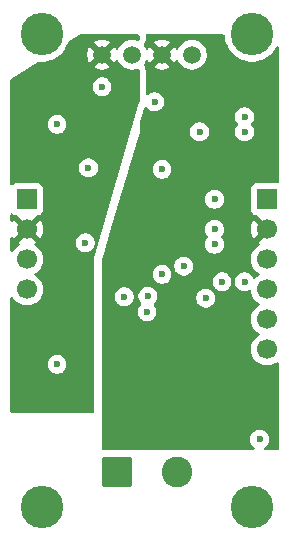
<source format=gbr>
%TF.GenerationSoftware,KiCad,Pcbnew,9.0.3*%
%TF.CreationDate,2026-01-02T19:57:44-06:00*%
%TF.ProjectId,IsolatedADSandVoltmeterPCB,49736f6c-6174-4656-9441-4453616e6456,rev?*%
%TF.SameCoordinates,Original*%
%TF.FileFunction,Copper,L2,Inr*%
%TF.FilePolarity,Positive*%
%FSLAX46Y46*%
G04 Gerber Fmt 4.6, Leading zero omitted, Abs format (unit mm)*
G04 Created by KiCad (PCBNEW 9.0.3) date 2026-01-02 19:57:44*
%MOMM*%
%LPD*%
G01*
G04 APERTURE LIST*
G04 Aperture macros list*
%AMRoundRect*
0 Rectangle with rounded corners*
0 $1 Rounding radius*
0 $2 $3 $4 $5 $6 $7 $8 $9 X,Y pos of 4 corners*
0 Add a 4 corners polygon primitive as box body*
4,1,4,$2,$3,$4,$5,$6,$7,$8,$9,$2,$3,0*
0 Add four circle primitives for the rounded corners*
1,1,$1+$1,$2,$3*
1,1,$1+$1,$4,$5*
1,1,$1+$1,$6,$7*
1,1,$1+$1,$8,$9*
0 Add four rect primitives between the rounded corners*
20,1,$1+$1,$2,$3,$4,$5,0*
20,1,$1+$1,$4,$5,$6,$7,0*
20,1,$1+$1,$6,$7,$8,$9,0*
20,1,$1+$1,$8,$9,$2,$3,0*%
G04 Aperture macros list end*
%TA.AperFunction,ComponentPad*%
%ADD10C,3.600000*%
%TD*%
%TA.AperFunction,ComponentPad*%
%ADD11R,1.700000X1.700000*%
%TD*%
%TA.AperFunction,ComponentPad*%
%ADD12C,1.700000*%
%TD*%
%TA.AperFunction,ComponentPad*%
%ADD13C,1.500000*%
%TD*%
%TA.AperFunction,ComponentPad*%
%ADD14RoundRect,0.250000X-1.050000X-1.050000X1.050000X-1.050000X1.050000X1.050000X-1.050000X1.050000X0*%
%TD*%
%TA.AperFunction,ComponentPad*%
%ADD15C,2.600000*%
%TD*%
%TA.AperFunction,ViaPad*%
%ADD16C,0.600000*%
%TD*%
G04 APERTURE END LIST*
D10*
%TO.N,N/C*%
%TO.C,H2*%
X146050000Y-38100000D03*
%TD*%
D11*
%TO.N,5V-iso*%
%TO.C,J2*%
X147320000Y-52070000D03*
D12*
%TO.N,Gnd-iso*%
X147320000Y-54610000D03*
%TO.N,/AIN3*%
X147320000Y-57150000D03*
%TO.N,/AIN2*%
X147320000Y-59690000D03*
%TO.N,/AIN1*%
X147320000Y-62230000D03*
%TO.N,/AIN0*%
X147320000Y-64770000D03*
%TD*%
D11*
%TO.N,VDD*%
%TO.C,J1*%
X127000000Y-52070000D03*
D12*
%TO.N,GND*%
X127000000Y-54610000D03*
%TO.N,SDA*%
X127000000Y-57150000D03*
%TO.N,SCL*%
X127000000Y-59690000D03*
%TD*%
D13*
%TO.N,GND*%
%TO.C,U14*%
X133350000Y-39830000D03*
%TO.N,VDD*%
X135890000Y-39830000D03*
%TO.N,Gnd-iso*%
X138430000Y-39830000D03*
%TO.N,5V-iso*%
X140970000Y-39830000D03*
%TD*%
D10*
%TO.N,N/C*%
%TO.C,H1*%
X128270000Y-38100000D03*
%TD*%
D14*
%TO.N,Net-(J15-Pin_1)*%
%TO.C,J15*%
X134615000Y-75146250D03*
D15*
%TO.N,Net-(J15-Pin_2)*%
X139695000Y-75146250D03*
%TD*%
D10*
%TO.N,N/C*%
%TO.C,H4*%
X146045000Y-78105000D03*
%TD*%
%TO.N,N/C*%
%TO.C,H3*%
X128270000Y-78105000D03*
%TD*%
D16*
%TO.N,SCL-5V*%
X142875000Y-52070000D03*
%TO.N,ADS_ALERT*%
X142133235Y-60431765D03*
X143510000Y-59055000D03*
%TO.N,Gnd-iso*%
X139170615Y-59670913D03*
X142240000Y-64770000D03*
%TO.N,5V-iso*%
X142875000Y-55880000D03*
%TO.N,SCL-5V*%
X142875000Y-54610000D03*
%TO.N,SDA-5V*%
X145415000Y-59055000D03*
%TO.N,/AIN2*%
X138430000Y-58420000D03*
%TO.N,5V-iso*%
X146685000Y-72390000D03*
%TO.N,Gnd-iso*%
X146685000Y-69215000D03*
%TO.N,SCL-5V*%
X137160000Y-61595000D03*
%TO.N,SDA-5V*%
X137234369Y-60270913D03*
%TO.N,5V-iso*%
X135230110Y-60325524D03*
%TO.N,Gnd-iso*%
X140970000Y-55880000D03*
X139700000Y-49530000D03*
%TO.N,5V-iso*%
X138430000Y-49530000D03*
%TO.N,SCL-5V*%
X145415000Y-45085000D03*
X141605000Y-46355000D03*
%TO.N,5V-iso*%
X145415000Y-46355000D03*
%TO.N,Gnd-iso*%
X145415000Y-47625000D03*
X137795000Y-47625000D03*
%TO.N,5V-iso*%
X137795000Y-43815000D03*
%TO.N,VDD*%
X129540000Y-66040000D03*
%TO.N,GND*%
X129540000Y-64770000D03*
%TO.N,SCL*%
X132203000Y-49407000D03*
%TO.N,VDD*%
X129540000Y-45720000D03*
X133350000Y-42545000D03*
%TO.N,GND*%
X133985000Y-48895000D03*
X129540000Y-44450000D03*
X132080000Y-58949500D03*
%TO.N,VDD*%
X131931500Y-55753000D03*
%TO.N,/AIN3*%
X140271500Y-57721500D03*
%TD*%
%TA.AperFunction,Conductor*%
%TO.N,GND*%
G36*
X136468039Y-38119685D02*
G01*
X136513794Y-38172489D01*
X136525000Y-38224000D01*
X136525000Y-38550799D01*
X136505315Y-38617838D01*
X136452511Y-38663593D01*
X136383353Y-38673537D01*
X136362683Y-38668730D01*
X136329732Y-38658023D01*
X136182826Y-38610290D01*
X135988422Y-38579500D01*
X135988417Y-38579500D01*
X135791583Y-38579500D01*
X135791578Y-38579500D01*
X135597173Y-38610290D01*
X135409970Y-38671117D01*
X135234594Y-38760476D01*
X135178151Y-38801485D01*
X135075354Y-38876172D01*
X135075352Y-38876174D01*
X135075351Y-38876174D01*
X134936174Y-39015351D01*
X134936174Y-39015352D01*
X134936172Y-39015354D01*
X134886485Y-39083741D01*
X134820476Y-39174594D01*
X134730204Y-39351764D01*
X134682229Y-39402560D01*
X134614408Y-39419355D01*
X134548274Y-39396818D01*
X134509234Y-39351764D01*
X134419096Y-39174858D01*
X134393678Y-39139873D01*
X134393677Y-39139873D01*
X133750000Y-39783551D01*
X133750000Y-39777339D01*
X133722741Y-39675606D01*
X133670080Y-39584394D01*
X133595606Y-39509920D01*
X133504394Y-39457259D01*
X133402661Y-39430000D01*
X133396447Y-39430000D01*
X134040125Y-38786320D01*
X134040125Y-38786319D01*
X134005145Y-38760905D01*
X133829835Y-38671581D01*
X133642705Y-38610778D01*
X133448382Y-38580000D01*
X133251618Y-38580000D01*
X133057294Y-38610778D01*
X132870161Y-38671582D01*
X132694863Y-38760899D01*
X132694859Y-38760902D01*
X132659873Y-38786320D01*
X132659872Y-38786320D01*
X133303554Y-39430000D01*
X133297339Y-39430000D01*
X133195606Y-39457259D01*
X133104394Y-39509920D01*
X133029920Y-39584394D01*
X132977259Y-39675606D01*
X132950000Y-39777339D01*
X132950000Y-39783552D01*
X132306320Y-39139872D01*
X132306320Y-39139873D01*
X132280902Y-39174859D01*
X132280899Y-39174863D01*
X132191582Y-39350161D01*
X132130778Y-39537294D01*
X132100000Y-39731617D01*
X132100000Y-39928382D01*
X132130778Y-40122705D01*
X132191581Y-40309835D01*
X132280905Y-40485145D01*
X132306319Y-40520125D01*
X132306320Y-40520125D01*
X132950000Y-39876445D01*
X132950000Y-39882661D01*
X132977259Y-39984394D01*
X133029920Y-40075606D01*
X133104394Y-40150080D01*
X133195606Y-40202741D01*
X133297339Y-40230000D01*
X133303553Y-40230000D01*
X132659873Y-40873677D01*
X132659873Y-40873678D01*
X132694858Y-40899096D01*
X132870164Y-40988418D01*
X133057294Y-41049221D01*
X133251618Y-41080000D01*
X133448382Y-41080000D01*
X133642705Y-41049221D01*
X133829835Y-40988418D01*
X134005143Y-40899095D01*
X134040125Y-40873678D01*
X134040126Y-40873678D01*
X133396448Y-40230000D01*
X133402661Y-40230000D01*
X133504394Y-40202741D01*
X133595606Y-40150080D01*
X133670080Y-40075606D01*
X133722741Y-39984394D01*
X133750000Y-39882661D01*
X133750000Y-39876448D01*
X134393678Y-40520126D01*
X134393678Y-40520125D01*
X134419097Y-40485141D01*
X134509234Y-40308236D01*
X134557208Y-40257439D01*
X134625029Y-40240644D01*
X134691164Y-40263181D01*
X134730204Y-40308235D01*
X134731115Y-40310024D01*
X134731116Y-40310025D01*
X134820476Y-40485405D01*
X134936172Y-40644646D01*
X135075354Y-40783828D01*
X135234595Y-40899524D01*
X135317455Y-40941743D01*
X135409970Y-40988882D01*
X135409972Y-40988882D01*
X135409975Y-40988884D01*
X135510317Y-41021487D01*
X135597173Y-41049709D01*
X135791578Y-41080500D01*
X135791583Y-41080500D01*
X135988422Y-41080500D01*
X136182826Y-41049709D01*
X136184328Y-41049221D01*
X136362685Y-40991268D01*
X136432522Y-40989273D01*
X136492355Y-41025353D01*
X136523184Y-41088054D01*
X136525000Y-41109200D01*
X136525000Y-43797437D01*
X136520124Y-43831869D01*
X132706242Y-57026754D01*
X132706242Y-70001897D01*
X132686557Y-70068936D01*
X132633753Y-70114691D01*
X132582242Y-70125897D01*
X125719500Y-70125897D01*
X125652461Y-70106212D01*
X125606706Y-70053408D01*
X125595500Y-70001897D01*
X125595500Y-65961153D01*
X128739500Y-65961153D01*
X128739500Y-66118846D01*
X128770261Y-66273489D01*
X128770264Y-66273501D01*
X128830602Y-66419172D01*
X128830609Y-66419185D01*
X128918210Y-66550288D01*
X128918213Y-66550292D01*
X129029707Y-66661786D01*
X129029711Y-66661789D01*
X129160814Y-66749390D01*
X129160827Y-66749397D01*
X129306498Y-66809735D01*
X129306503Y-66809737D01*
X129461153Y-66840499D01*
X129461156Y-66840500D01*
X129461158Y-66840500D01*
X129618844Y-66840500D01*
X129618845Y-66840499D01*
X129773497Y-66809737D01*
X129919179Y-66749394D01*
X130050289Y-66661789D01*
X130161789Y-66550289D01*
X130249394Y-66419179D01*
X130309737Y-66273497D01*
X130340500Y-66118842D01*
X130340500Y-65961158D01*
X130340500Y-65961155D01*
X130340499Y-65961153D01*
X130309738Y-65806510D01*
X130309737Y-65806503D01*
X130309735Y-65806498D01*
X130249397Y-65660827D01*
X130249390Y-65660814D01*
X130161789Y-65529711D01*
X130161786Y-65529707D01*
X130050292Y-65418213D01*
X130050288Y-65418210D01*
X129919185Y-65330609D01*
X129919172Y-65330602D01*
X129773501Y-65270264D01*
X129773489Y-65270261D01*
X129618845Y-65239500D01*
X129618842Y-65239500D01*
X129461158Y-65239500D01*
X129461155Y-65239500D01*
X129306510Y-65270261D01*
X129306498Y-65270264D01*
X129160827Y-65330602D01*
X129160814Y-65330609D01*
X129029711Y-65418210D01*
X129029707Y-65418213D01*
X128918213Y-65529707D01*
X128918210Y-65529711D01*
X128830609Y-65660814D01*
X128830602Y-65660827D01*
X128770264Y-65806498D01*
X128770261Y-65806510D01*
X128739500Y-65961153D01*
X125595500Y-65961153D01*
X125595500Y-60424742D01*
X125615185Y-60357703D01*
X125667989Y-60311948D01*
X125737147Y-60302004D01*
X125800703Y-60331029D01*
X125829985Y-60368447D01*
X125844951Y-60397820D01*
X125969890Y-60569786D01*
X126120213Y-60720109D01*
X126292179Y-60845048D01*
X126292181Y-60845049D01*
X126292184Y-60845051D01*
X126481588Y-60941557D01*
X126683757Y-61007246D01*
X126893713Y-61040500D01*
X126893714Y-61040500D01*
X127106286Y-61040500D01*
X127106287Y-61040500D01*
X127316243Y-61007246D01*
X127518412Y-60941557D01*
X127707816Y-60845051D01*
X127729789Y-60829086D01*
X127879786Y-60720109D01*
X127879788Y-60720106D01*
X127879792Y-60720104D01*
X128030104Y-60569792D01*
X128030106Y-60569788D01*
X128030109Y-60569786D01*
X128155048Y-60397820D01*
X128155047Y-60397820D01*
X128155051Y-60397816D01*
X128251557Y-60208412D01*
X128317246Y-60006243D01*
X128350500Y-59796287D01*
X128350500Y-59583713D01*
X128317246Y-59373757D01*
X128251557Y-59171588D01*
X128155051Y-58982184D01*
X128155049Y-58982181D01*
X128155048Y-58982179D01*
X128030109Y-58810213D01*
X127879786Y-58659890D01*
X127707820Y-58534951D01*
X127707115Y-58534591D01*
X127699054Y-58530485D01*
X127648259Y-58482512D01*
X127631463Y-58414692D01*
X127653999Y-58348556D01*
X127699054Y-58309515D01*
X127707816Y-58305051D01*
X127729789Y-58289086D01*
X127879786Y-58180109D01*
X127879788Y-58180106D01*
X127879792Y-58180104D01*
X128030104Y-58029792D01*
X128030106Y-58029788D01*
X128030109Y-58029786D01*
X128155048Y-57857820D01*
X128155047Y-57857820D01*
X128155051Y-57857816D01*
X128251557Y-57668412D01*
X128317246Y-57466243D01*
X128350500Y-57256287D01*
X128350500Y-57043713D01*
X128317246Y-56833757D01*
X128251557Y-56631588D01*
X128155051Y-56442184D01*
X128155049Y-56442181D01*
X128155048Y-56442179D01*
X128030109Y-56270213D01*
X127879786Y-56119890D01*
X127707817Y-55994949D01*
X127698504Y-55990204D01*
X127647707Y-55942230D01*
X127630912Y-55874409D01*
X127648045Y-55816633D01*
X127724204Y-55687757D01*
X127710600Y-55674153D01*
X131131000Y-55674153D01*
X131131000Y-55831846D01*
X131161761Y-55986489D01*
X131161764Y-55986501D01*
X131222102Y-56132172D01*
X131222109Y-56132185D01*
X131309710Y-56263288D01*
X131309713Y-56263292D01*
X131421207Y-56374786D01*
X131421211Y-56374789D01*
X131552314Y-56462390D01*
X131552327Y-56462397D01*
X131683199Y-56516605D01*
X131698003Y-56522737D01*
X131852653Y-56553499D01*
X131852656Y-56553500D01*
X131852658Y-56553500D01*
X132010344Y-56553500D01*
X132010345Y-56553499D01*
X132164997Y-56522737D01*
X132310679Y-56462394D01*
X132441789Y-56374789D01*
X132553289Y-56263289D01*
X132640894Y-56132179D01*
X132701237Y-55986497D01*
X132732000Y-55831842D01*
X132732000Y-55674158D01*
X132732000Y-55674155D01*
X132731999Y-55674153D01*
X132701238Y-55519510D01*
X132701237Y-55519503D01*
X132701235Y-55519498D01*
X132640897Y-55373827D01*
X132640890Y-55373814D01*
X132553289Y-55242711D01*
X132553286Y-55242707D01*
X132441792Y-55131213D01*
X132441788Y-55131210D01*
X132310685Y-55043609D01*
X132310672Y-55043602D01*
X132165001Y-54983264D01*
X132164989Y-54983261D01*
X132010345Y-54952500D01*
X132010342Y-54952500D01*
X131852658Y-54952500D01*
X131852655Y-54952500D01*
X131698010Y-54983261D01*
X131697998Y-54983264D01*
X131552327Y-55043602D01*
X131552314Y-55043609D01*
X131421211Y-55131210D01*
X131421207Y-55131213D01*
X131309713Y-55242707D01*
X131309710Y-55242711D01*
X131222109Y-55373814D01*
X131222102Y-55373827D01*
X131161764Y-55519498D01*
X131161761Y-55519510D01*
X131131000Y-55674153D01*
X127710600Y-55674153D01*
X127129408Y-55092962D01*
X127192993Y-55075925D01*
X127307007Y-55010099D01*
X127400099Y-54917007D01*
X127465925Y-54802993D01*
X127482962Y-54739408D01*
X128115270Y-55371717D01*
X128115270Y-55371716D01*
X128154622Y-55317554D01*
X128251095Y-55128217D01*
X128316757Y-54926130D01*
X128316757Y-54926127D01*
X128350000Y-54716246D01*
X128350000Y-54503753D01*
X128316757Y-54293872D01*
X128316757Y-54293869D01*
X128251095Y-54091782D01*
X128154624Y-53902449D01*
X128115270Y-53848282D01*
X128115269Y-53848282D01*
X127482962Y-54480590D01*
X127465925Y-54417007D01*
X127400099Y-54302993D01*
X127307007Y-54209901D01*
X127192993Y-54144075D01*
X127129409Y-54127037D01*
X127799627Y-53456818D01*
X127860950Y-53423333D01*
X127887307Y-53420499D01*
X127897872Y-53420499D01*
X127957483Y-53414091D01*
X128092331Y-53363796D01*
X128207546Y-53277546D01*
X128293796Y-53162331D01*
X128344091Y-53027483D01*
X128350500Y-52967873D01*
X128350499Y-51172128D01*
X128344091Y-51112517D01*
X128293796Y-50977669D01*
X128293795Y-50977668D01*
X128293793Y-50977664D01*
X128207547Y-50862455D01*
X128207544Y-50862452D01*
X128092335Y-50776206D01*
X128092328Y-50776202D01*
X127957482Y-50725908D01*
X127957483Y-50725908D01*
X127897883Y-50719501D01*
X127897881Y-50719500D01*
X127897873Y-50719500D01*
X127897864Y-50719500D01*
X126102129Y-50719500D01*
X126102123Y-50719501D01*
X126042516Y-50725908D01*
X125907671Y-50776202D01*
X125907669Y-50776204D01*
X125793811Y-50861438D01*
X125728347Y-50885855D01*
X125660074Y-50871004D01*
X125610668Y-50821598D01*
X125595500Y-50762171D01*
X125595500Y-49328153D01*
X131402500Y-49328153D01*
X131402500Y-49485846D01*
X131433261Y-49640489D01*
X131433264Y-49640501D01*
X131493602Y-49786172D01*
X131493609Y-49786185D01*
X131581210Y-49917288D01*
X131581213Y-49917292D01*
X131692707Y-50028786D01*
X131692711Y-50028789D01*
X131823814Y-50116390D01*
X131823827Y-50116397D01*
X131969498Y-50176735D01*
X131969503Y-50176737D01*
X132124153Y-50207499D01*
X132124156Y-50207500D01*
X132124158Y-50207500D01*
X132281844Y-50207500D01*
X132281845Y-50207499D01*
X132436497Y-50176737D01*
X132582179Y-50116394D01*
X132713289Y-50028789D01*
X132824789Y-49917289D01*
X132912394Y-49786179D01*
X132972737Y-49640497D01*
X133003500Y-49485842D01*
X133003500Y-49328158D01*
X133003500Y-49328155D01*
X133003499Y-49328153D01*
X132972738Y-49173510D01*
X132972737Y-49173503D01*
X132972735Y-49173498D01*
X132912397Y-49027827D01*
X132912390Y-49027814D01*
X132824789Y-48896711D01*
X132824786Y-48896707D01*
X132713292Y-48785213D01*
X132713288Y-48785210D01*
X132582185Y-48697609D01*
X132582172Y-48697602D01*
X132436501Y-48637264D01*
X132436489Y-48637261D01*
X132281845Y-48606500D01*
X132281842Y-48606500D01*
X132124158Y-48606500D01*
X132124155Y-48606500D01*
X131969510Y-48637261D01*
X131969498Y-48637264D01*
X131823827Y-48697602D01*
X131823814Y-48697609D01*
X131692711Y-48785210D01*
X131692707Y-48785213D01*
X131581213Y-48896707D01*
X131581210Y-48896711D01*
X131493609Y-49027814D01*
X131493602Y-49027827D01*
X131433264Y-49173498D01*
X131433261Y-49173510D01*
X131402500Y-49328153D01*
X125595500Y-49328153D01*
X125595500Y-45641153D01*
X128739500Y-45641153D01*
X128739500Y-45798846D01*
X128770261Y-45953489D01*
X128770264Y-45953501D01*
X128830602Y-46099172D01*
X128830609Y-46099185D01*
X128918210Y-46230288D01*
X128918213Y-46230292D01*
X129029707Y-46341786D01*
X129029711Y-46341789D01*
X129160814Y-46429390D01*
X129160827Y-46429397D01*
X129306498Y-46489735D01*
X129306503Y-46489737D01*
X129461153Y-46520499D01*
X129461156Y-46520500D01*
X129461158Y-46520500D01*
X129618844Y-46520500D01*
X129618845Y-46520499D01*
X129773497Y-46489737D01*
X129919179Y-46429394D01*
X130050289Y-46341789D01*
X130161789Y-46230289D01*
X130249394Y-46099179D01*
X130309737Y-45953497D01*
X130340500Y-45798842D01*
X130340500Y-45641158D01*
X130340500Y-45641155D01*
X130340499Y-45641153D01*
X130309738Y-45486510D01*
X130309737Y-45486503D01*
X130309735Y-45486498D01*
X130249397Y-45340827D01*
X130249390Y-45340814D01*
X130161789Y-45209711D01*
X130161786Y-45209707D01*
X130050292Y-45098213D01*
X130050288Y-45098210D01*
X129919185Y-45010609D01*
X129919172Y-45010602D01*
X129773501Y-44950264D01*
X129773489Y-44950261D01*
X129618845Y-44919500D01*
X129618842Y-44919500D01*
X129461158Y-44919500D01*
X129461155Y-44919500D01*
X129306510Y-44950261D01*
X129306498Y-44950264D01*
X129160827Y-45010602D01*
X129160814Y-45010609D01*
X129029711Y-45098210D01*
X129029707Y-45098213D01*
X128918213Y-45209707D01*
X128918210Y-45209711D01*
X128830609Y-45340814D01*
X128830602Y-45340827D01*
X128770264Y-45486498D01*
X128770261Y-45486510D01*
X128739500Y-45641153D01*
X125595500Y-45641153D01*
X125595500Y-42466153D01*
X132549500Y-42466153D01*
X132549500Y-42623846D01*
X132580261Y-42778489D01*
X132580264Y-42778501D01*
X132640602Y-42924172D01*
X132640609Y-42924185D01*
X132728210Y-43055288D01*
X132728213Y-43055292D01*
X132839707Y-43166786D01*
X132839711Y-43166789D01*
X132970814Y-43254390D01*
X132970827Y-43254397D01*
X133116498Y-43314735D01*
X133116503Y-43314737D01*
X133271153Y-43345499D01*
X133271156Y-43345500D01*
X133271158Y-43345500D01*
X133428844Y-43345500D01*
X133428845Y-43345499D01*
X133583497Y-43314737D01*
X133729179Y-43254394D01*
X133860289Y-43166789D01*
X133971789Y-43055289D01*
X134059394Y-42924179D01*
X134119737Y-42778497D01*
X134150500Y-42623842D01*
X134150500Y-42466158D01*
X134150500Y-42466155D01*
X134150499Y-42466153D01*
X134119738Y-42311510D01*
X134119737Y-42311503D01*
X134119735Y-42311498D01*
X134059397Y-42165827D01*
X134059390Y-42165814D01*
X133971789Y-42034711D01*
X133971786Y-42034707D01*
X133860292Y-41923213D01*
X133860288Y-41923210D01*
X133729185Y-41835609D01*
X133729172Y-41835602D01*
X133583501Y-41775264D01*
X133583489Y-41775261D01*
X133428845Y-41744500D01*
X133428842Y-41744500D01*
X133271158Y-41744500D01*
X133271155Y-41744500D01*
X133116510Y-41775261D01*
X133116498Y-41775264D01*
X132970827Y-41835602D01*
X132970814Y-41835609D01*
X132839711Y-41923210D01*
X132839707Y-41923213D01*
X132728213Y-42034707D01*
X132728210Y-42034711D01*
X132640609Y-42165814D01*
X132640602Y-42165827D01*
X132580264Y-42311498D01*
X132580261Y-42311510D01*
X132549500Y-42466153D01*
X125595500Y-42466153D01*
X125595500Y-41988556D01*
X125615185Y-41921517D01*
X125651679Y-41884747D01*
X127917968Y-40404191D01*
X127984855Y-40384006D01*
X128001968Y-40385063D01*
X128119217Y-40400500D01*
X128119224Y-40400500D01*
X128420776Y-40400500D01*
X128420783Y-40400500D01*
X128719768Y-40361138D01*
X129011058Y-40283087D01*
X129289668Y-40167683D01*
X129550832Y-40016900D01*
X129790080Y-39833319D01*
X129846060Y-39777339D01*
X129984330Y-39639070D01*
X130003314Y-39620085D01*
X130003319Y-39620080D01*
X130186900Y-39380832D01*
X130337683Y-39119668D01*
X130453087Y-38841058D01*
X130471039Y-38774057D01*
X130507402Y-38714398D01*
X130522984Y-38702348D01*
X131414095Y-38120189D01*
X131480985Y-38100003D01*
X131481914Y-38100000D01*
X136401000Y-38100000D01*
X136468039Y-38119685D01*
G37*
%TD.AperFunction*%
%TA.AperFunction,Conductor*%
G36*
X126534075Y-54802993D02*
G01*
X126599901Y-54917007D01*
X126692993Y-55010099D01*
X126807007Y-55075925D01*
X126870590Y-55092962D01*
X126238282Y-55725269D01*
X126238282Y-55725270D01*
X126292452Y-55764626D01*
X126292451Y-55764626D01*
X126301495Y-55769234D01*
X126352292Y-55817208D01*
X126369087Y-55885029D01*
X126346550Y-55951164D01*
X126301499Y-55990202D01*
X126292182Y-55994949D01*
X126120213Y-56119890D01*
X125969890Y-56270213D01*
X125844949Y-56442182D01*
X125829984Y-56471553D01*
X125782009Y-56522348D01*
X125714188Y-56539143D01*
X125648054Y-56516605D01*
X125604603Y-56461889D01*
X125595500Y-56415257D01*
X125595500Y-55343640D01*
X125615185Y-55276601D01*
X125667989Y-55230846D01*
X125737147Y-55220902D01*
X125800703Y-55249927D01*
X125829985Y-55287345D01*
X125845375Y-55317550D01*
X125884728Y-55371716D01*
X126517037Y-54739408D01*
X126534075Y-54802993D01*
G37*
%TD.AperFunction*%
%TA.AperFunction,Conductor*%
G36*
X125793811Y-53278562D02*
G01*
X125907664Y-53363793D01*
X125907671Y-53363797D01*
X125945291Y-53377828D01*
X126042517Y-53414091D01*
X126102127Y-53420500D01*
X126112685Y-53420499D01*
X126179723Y-53440179D01*
X126200372Y-53456818D01*
X126870591Y-54127037D01*
X126807007Y-54144075D01*
X126692993Y-54209901D01*
X126599901Y-54302993D01*
X126534075Y-54417007D01*
X126517037Y-54480591D01*
X125884728Y-53848282D01*
X125884727Y-53848282D01*
X125845380Y-53902440D01*
X125845378Y-53902443D01*
X125829984Y-53932656D01*
X125782009Y-53983451D01*
X125714188Y-54000246D01*
X125648054Y-53977708D01*
X125604603Y-53922993D01*
X125595500Y-53876360D01*
X125595500Y-53377828D01*
X125615185Y-53310789D01*
X125667989Y-53265034D01*
X125737147Y-53255090D01*
X125793811Y-53278562D01*
G37*
%TD.AperFunction*%
%TD*%
%TA.AperFunction,Conductor*%
%TO.N,Gnd-iso*%
G36*
X143692539Y-38119685D02*
G01*
X143738294Y-38172489D01*
X143749500Y-38224000D01*
X143749500Y-38250776D01*
X143749501Y-38250793D01*
X143788861Y-38549766D01*
X143866913Y-38841060D01*
X143982314Y-39119661D01*
X143982318Y-39119671D01*
X144133099Y-39380831D01*
X144316679Y-39620078D01*
X144316685Y-39620085D01*
X144529914Y-39833314D01*
X144529921Y-39833320D01*
X144769168Y-40016900D01*
X145030328Y-40167681D01*
X145030329Y-40167681D01*
X145030332Y-40167683D01*
X145216072Y-40244619D01*
X145308939Y-40283086D01*
X145308940Y-40283086D01*
X145308942Y-40283087D01*
X145600232Y-40361138D01*
X145899217Y-40400500D01*
X145899224Y-40400500D01*
X146200776Y-40400500D01*
X146200783Y-40400500D01*
X146499768Y-40361138D01*
X146791058Y-40283087D01*
X147069668Y-40167683D01*
X147330832Y-40016900D01*
X147570080Y-39833319D01*
X147783319Y-39620080D01*
X147966900Y-39380832D01*
X148104613Y-39142306D01*
X148155180Y-39094090D01*
X148223787Y-39080867D01*
X148288652Y-39106835D01*
X148329180Y-39163749D01*
X148336000Y-39204306D01*
X148336000Y-50595500D01*
X148316315Y-50662539D01*
X148263511Y-50708294D01*
X148212000Y-50719500D01*
X146422129Y-50719500D01*
X146422123Y-50719501D01*
X146362516Y-50725908D01*
X146227671Y-50776202D01*
X146227664Y-50776206D01*
X146112455Y-50862452D01*
X146112452Y-50862455D01*
X146026206Y-50977664D01*
X146026202Y-50977671D01*
X145975908Y-51112517D01*
X145969501Y-51172116D01*
X145969500Y-51172135D01*
X145969500Y-52967870D01*
X145969501Y-52967876D01*
X145975908Y-53027483D01*
X146026202Y-53162328D01*
X146026206Y-53162335D01*
X146112452Y-53277544D01*
X146112455Y-53277547D01*
X146227664Y-53363793D01*
X146227671Y-53363797D01*
X146265291Y-53377828D01*
X146362517Y-53414091D01*
X146422127Y-53420500D01*
X146432685Y-53420499D01*
X146499723Y-53440179D01*
X146520372Y-53456818D01*
X147190591Y-54127037D01*
X147127007Y-54144075D01*
X147012993Y-54209901D01*
X146919901Y-54302993D01*
X146854075Y-54417007D01*
X146837037Y-54480591D01*
X146204728Y-53848282D01*
X146204727Y-53848282D01*
X146165380Y-53902439D01*
X146068904Y-54091782D01*
X146003242Y-54293869D01*
X146003242Y-54293872D01*
X145970000Y-54503753D01*
X145970000Y-54716246D01*
X146003242Y-54926127D01*
X146003242Y-54926130D01*
X146068904Y-55128217D01*
X146165375Y-55317550D01*
X146204728Y-55371716D01*
X146837037Y-54739408D01*
X146854075Y-54802993D01*
X146919901Y-54917007D01*
X147012993Y-55010099D01*
X147127007Y-55075925D01*
X147190589Y-55092962D01*
X146558282Y-55725269D01*
X146558282Y-55725270D01*
X146612452Y-55764626D01*
X146612451Y-55764626D01*
X146621495Y-55769234D01*
X146672292Y-55817208D01*
X146689087Y-55885029D01*
X146666550Y-55951164D01*
X146621499Y-55990202D01*
X146612182Y-55994949D01*
X146440213Y-56119890D01*
X146289890Y-56270213D01*
X146164951Y-56442179D01*
X146068444Y-56631585D01*
X146002753Y-56833760D01*
X145984063Y-56951764D01*
X145969500Y-57043713D01*
X145969500Y-57256287D01*
X145976769Y-57302183D01*
X145983126Y-57342321D01*
X146002754Y-57466243D01*
X146062546Y-57650264D01*
X146068444Y-57668414D01*
X146164951Y-57857820D01*
X146289890Y-58029786D01*
X146440213Y-58180109D01*
X146612182Y-58305050D01*
X146620946Y-58309516D01*
X146671742Y-58357491D01*
X146688536Y-58425312D01*
X146665998Y-58491447D01*
X146620946Y-58530484D01*
X146612182Y-58534949D01*
X146440215Y-58659889D01*
X146343453Y-58756651D01*
X146282129Y-58790135D01*
X146212438Y-58785151D01*
X146156505Y-58743279D01*
X146141211Y-58716423D01*
X146124394Y-58675821D01*
X146124390Y-58675814D01*
X146036789Y-58544711D01*
X146036786Y-58544707D01*
X145925292Y-58433213D01*
X145925288Y-58433210D01*
X145794185Y-58345609D01*
X145794172Y-58345602D01*
X145648501Y-58285264D01*
X145648489Y-58285261D01*
X145493845Y-58254500D01*
X145493842Y-58254500D01*
X145336158Y-58254500D01*
X145336155Y-58254500D01*
X145181510Y-58285261D01*
X145181498Y-58285264D01*
X145035827Y-58345602D01*
X145035814Y-58345609D01*
X144904711Y-58433210D01*
X144904707Y-58433213D01*
X144793213Y-58544707D01*
X144793210Y-58544711D01*
X144705609Y-58675814D01*
X144705602Y-58675827D01*
X144645264Y-58821498D01*
X144645261Y-58821510D01*
X144614500Y-58976153D01*
X144614500Y-59133846D01*
X144645261Y-59288489D01*
X144645264Y-59288501D01*
X144705602Y-59434172D01*
X144705609Y-59434185D01*
X144793210Y-59565288D01*
X144793213Y-59565292D01*
X144904707Y-59676786D01*
X144904711Y-59676789D01*
X145035814Y-59764390D01*
X145035827Y-59764397D01*
X145158553Y-59815231D01*
X145181503Y-59824737D01*
X145336153Y-59855499D01*
X145336156Y-59855500D01*
X145336158Y-59855500D01*
X145493844Y-59855500D01*
X145493845Y-59855499D01*
X145648497Y-59824737D01*
X145794179Y-59764394D01*
X145794184Y-59764390D01*
X145797482Y-59762628D01*
X145799416Y-59762224D01*
X145799808Y-59762063D01*
X145799838Y-59762137D01*
X145865883Y-59748381D01*
X145931129Y-59773376D01*
X145972504Y-59829678D01*
X145978416Y-59852584D01*
X145993267Y-59946345D01*
X146002754Y-60006243D01*
X146065149Y-60198275D01*
X146068444Y-60208414D01*
X146164951Y-60397820D01*
X146289890Y-60569786D01*
X146440213Y-60720109D01*
X146612182Y-60845050D01*
X146620946Y-60849516D01*
X146671742Y-60897491D01*
X146688536Y-60965312D01*
X146665998Y-61031447D01*
X146620946Y-61070484D01*
X146612182Y-61074949D01*
X146440213Y-61199890D01*
X146289890Y-61350213D01*
X146164951Y-61522179D01*
X146068444Y-61711585D01*
X146002753Y-61913760D01*
X145969500Y-62123713D01*
X145969500Y-62336286D01*
X146002753Y-62546239D01*
X146068444Y-62748414D01*
X146164951Y-62937820D01*
X146289890Y-63109786D01*
X146440213Y-63260109D01*
X146612182Y-63385050D01*
X146620946Y-63389516D01*
X146671742Y-63437491D01*
X146688536Y-63505312D01*
X146665998Y-63571447D01*
X146620946Y-63610484D01*
X146612182Y-63614949D01*
X146440213Y-63739890D01*
X146289890Y-63890213D01*
X146164951Y-64062179D01*
X146068444Y-64251585D01*
X146002753Y-64453760D01*
X145969500Y-64663713D01*
X145969500Y-64876286D01*
X146002753Y-65086239D01*
X146068444Y-65288414D01*
X146164951Y-65477820D01*
X146289890Y-65649786D01*
X146440213Y-65800109D01*
X146612179Y-65925048D01*
X146612181Y-65925049D01*
X146612184Y-65925051D01*
X146801588Y-66021557D01*
X147003757Y-66087246D01*
X147213713Y-66120500D01*
X147213714Y-66120500D01*
X147426286Y-66120500D01*
X147426287Y-66120500D01*
X147636243Y-66087246D01*
X147838412Y-66021557D01*
X148027816Y-65925051D01*
X148061934Y-65900263D01*
X148139115Y-65844189D01*
X148204922Y-65820709D01*
X148272975Y-65836535D01*
X148321670Y-65886641D01*
X148336000Y-65944507D01*
X148336000Y-73155000D01*
X148316315Y-73222039D01*
X148263511Y-73267794D01*
X148212000Y-73279000D01*
X147204153Y-73279000D01*
X147137114Y-73259315D01*
X147091359Y-73206511D01*
X147081415Y-73137353D01*
X147110440Y-73073797D01*
X147135262Y-73051898D01*
X147195289Y-73011789D01*
X147306786Y-72900292D01*
X147306789Y-72900289D01*
X147394394Y-72769179D01*
X147454737Y-72623497D01*
X147485500Y-72468842D01*
X147485500Y-72311158D01*
X147485500Y-72311155D01*
X147485499Y-72311153D01*
X147454738Y-72156510D01*
X147454737Y-72156503D01*
X147454735Y-72156498D01*
X147394397Y-72010827D01*
X147394390Y-72010814D01*
X147306789Y-71879711D01*
X147306786Y-71879707D01*
X147195292Y-71768213D01*
X147195288Y-71768210D01*
X147064185Y-71680609D01*
X147064172Y-71680602D01*
X146918501Y-71620264D01*
X146918489Y-71620261D01*
X146763845Y-71589500D01*
X146763842Y-71589500D01*
X146606158Y-71589500D01*
X146606155Y-71589500D01*
X146451510Y-71620261D01*
X146451498Y-71620264D01*
X146305827Y-71680602D01*
X146305814Y-71680609D01*
X146174711Y-71768210D01*
X146174707Y-71768213D01*
X146063213Y-71879707D01*
X146063210Y-71879711D01*
X145975609Y-72010814D01*
X145975602Y-72010827D01*
X145915264Y-72156498D01*
X145915261Y-72156510D01*
X145884500Y-72311153D01*
X145884500Y-72468846D01*
X145915261Y-72623489D01*
X145915264Y-72623501D01*
X145975602Y-72769172D01*
X145975609Y-72769185D01*
X146063210Y-72900288D01*
X146063213Y-72900292D01*
X146174710Y-73011789D01*
X146234738Y-73051898D01*
X146279543Y-73105510D01*
X146288250Y-73174835D01*
X146258096Y-73237862D01*
X146198653Y-73274582D01*
X146165847Y-73279000D01*
X133474000Y-73279000D01*
X133406961Y-73259315D01*
X133361206Y-73206511D01*
X133350000Y-73155000D01*
X133350000Y-61516153D01*
X136359500Y-61516153D01*
X136359500Y-61673846D01*
X136390261Y-61828489D01*
X136390264Y-61828501D01*
X136450602Y-61974172D01*
X136450609Y-61974185D01*
X136538210Y-62105288D01*
X136538213Y-62105292D01*
X136649707Y-62216786D01*
X136649711Y-62216789D01*
X136780814Y-62304390D01*
X136780827Y-62304397D01*
X136926498Y-62364735D01*
X136926503Y-62364737D01*
X137081153Y-62395499D01*
X137081156Y-62395500D01*
X137081158Y-62395500D01*
X137238844Y-62395500D01*
X137238845Y-62395499D01*
X137393497Y-62364737D01*
X137539179Y-62304394D01*
X137670289Y-62216789D01*
X137781789Y-62105289D01*
X137869394Y-61974179D01*
X137929737Y-61828497D01*
X137960500Y-61673842D01*
X137960500Y-61516158D01*
X137960500Y-61516155D01*
X137960499Y-61516153D01*
X137929738Y-61361510D01*
X137929737Y-61361503D01*
X137925061Y-61350213D01*
X137869397Y-61215827D01*
X137869390Y-61215814D01*
X137781789Y-61084711D01*
X137781786Y-61084707D01*
X137754901Y-61057822D01*
X137721416Y-60996499D01*
X137726400Y-60926807D01*
X137754901Y-60882460D01*
X137856155Y-60781205D01*
X137856158Y-60781202D01*
X137943763Y-60650092D01*
X138004106Y-60504410D01*
X138034240Y-60352918D01*
X141332735Y-60352918D01*
X141332735Y-60510611D01*
X141363496Y-60665254D01*
X141363499Y-60665266D01*
X141423837Y-60810937D01*
X141423844Y-60810950D01*
X141511445Y-60942053D01*
X141511448Y-60942057D01*
X141622942Y-61053551D01*
X141622946Y-61053554D01*
X141754049Y-61141155D01*
X141754062Y-61141162D01*
X141895846Y-61199890D01*
X141899738Y-61201502D01*
X142054388Y-61232264D01*
X142054391Y-61232265D01*
X142054393Y-61232265D01*
X142212079Y-61232265D01*
X142212080Y-61232264D01*
X142366732Y-61201502D01*
X142512414Y-61141159D01*
X142643524Y-61053554D01*
X142755024Y-60942054D01*
X142842629Y-60810944D01*
X142902972Y-60665262D01*
X142933735Y-60510607D01*
X142933735Y-60352923D01*
X142933735Y-60352920D01*
X142933734Y-60352918D01*
X142912602Y-60246682D01*
X142902972Y-60198268D01*
X142900403Y-60192066D01*
X142842632Y-60052592D01*
X142842625Y-60052579D01*
X142755024Y-59921476D01*
X142755021Y-59921472D01*
X142643527Y-59809978D01*
X142643523Y-59809975D01*
X142512420Y-59722374D01*
X142512407Y-59722367D01*
X142366736Y-59662029D01*
X142366724Y-59662026D01*
X142212080Y-59631265D01*
X142212077Y-59631265D01*
X142054393Y-59631265D01*
X142054390Y-59631265D01*
X141899745Y-59662026D01*
X141899733Y-59662029D01*
X141754062Y-59722367D01*
X141754049Y-59722374D01*
X141622946Y-59809975D01*
X141622942Y-59809978D01*
X141511448Y-59921472D01*
X141511445Y-59921476D01*
X141423844Y-60052579D01*
X141423837Y-60052592D01*
X141363499Y-60198263D01*
X141363496Y-60198275D01*
X141332735Y-60352918D01*
X138034240Y-60352918D01*
X138034869Y-60349755D01*
X138034869Y-60192071D01*
X138034869Y-60192068D01*
X138034868Y-60192066D01*
X138004106Y-60037416D01*
X137966386Y-59946351D01*
X137943766Y-59891740D01*
X137943759Y-59891727D01*
X137856158Y-59760624D01*
X137856155Y-59760620D01*
X137744661Y-59649126D01*
X137744657Y-59649123D01*
X137613554Y-59561522D01*
X137613541Y-59561515D01*
X137467870Y-59501177D01*
X137467858Y-59501174D01*
X137313214Y-59470413D01*
X137313211Y-59470413D01*
X137155527Y-59470413D01*
X137155524Y-59470413D01*
X137000879Y-59501174D01*
X137000867Y-59501177D01*
X136855196Y-59561515D01*
X136855183Y-59561522D01*
X136724080Y-59649123D01*
X136724076Y-59649126D01*
X136612582Y-59760620D01*
X136612579Y-59760624D01*
X136524978Y-59891727D01*
X136524971Y-59891740D01*
X136464633Y-60037411D01*
X136464630Y-60037423D01*
X136433869Y-60192066D01*
X136433869Y-60349759D01*
X136464630Y-60504402D01*
X136464633Y-60504414D01*
X136524971Y-60650085D01*
X136524978Y-60650098D01*
X136612579Y-60781201D01*
X136612582Y-60781205D01*
X136639468Y-60808091D01*
X136672953Y-60869414D01*
X136667969Y-60939106D01*
X136639468Y-60983453D01*
X136538213Y-61084707D01*
X136538210Y-61084711D01*
X136450609Y-61215814D01*
X136450602Y-61215827D01*
X136390264Y-61361498D01*
X136390261Y-61361510D01*
X136359500Y-61516153D01*
X133350000Y-61516153D01*
X133350000Y-60246677D01*
X134429610Y-60246677D01*
X134429610Y-60404370D01*
X134460371Y-60559013D01*
X134460374Y-60559025D01*
X134520712Y-60704696D01*
X134520719Y-60704709D01*
X134608320Y-60835812D01*
X134608323Y-60835816D01*
X134719817Y-60947310D01*
X134719821Y-60947313D01*
X134850924Y-61034914D01*
X134850937Y-61034921D01*
X134996608Y-61095259D01*
X134996613Y-61095261D01*
X135151263Y-61126023D01*
X135151266Y-61126024D01*
X135151268Y-61126024D01*
X135308954Y-61126024D01*
X135308955Y-61126023D01*
X135463607Y-61095261D01*
X135609289Y-61034918D01*
X135740399Y-60947313D01*
X135851899Y-60835813D01*
X135939504Y-60704703D01*
X135999847Y-60559021D01*
X136030610Y-60404366D01*
X136030610Y-60246682D01*
X136030610Y-60246679D01*
X136030609Y-60246677D01*
X136022998Y-60208414D01*
X135999847Y-60092027D01*
X135983507Y-60052579D01*
X135939507Y-59946351D01*
X135939500Y-59946338D01*
X135851899Y-59815235D01*
X135851896Y-59815231D01*
X135740402Y-59703737D01*
X135740398Y-59703734D01*
X135609295Y-59616133D01*
X135609282Y-59616126D01*
X135463611Y-59555788D01*
X135463599Y-59555785D01*
X135308955Y-59525024D01*
X135308952Y-59525024D01*
X135151268Y-59525024D01*
X135151265Y-59525024D01*
X134996620Y-59555785D01*
X134996608Y-59555788D01*
X134850937Y-59616126D01*
X134850924Y-59616133D01*
X134719821Y-59703734D01*
X134719817Y-59703737D01*
X134608323Y-59815231D01*
X134608320Y-59815235D01*
X134520719Y-59946338D01*
X134520712Y-59946351D01*
X134460374Y-60092022D01*
X134460371Y-60092034D01*
X134429610Y-60246677D01*
X133350000Y-60246677D01*
X133350000Y-58341153D01*
X137629500Y-58341153D01*
X137629500Y-58498846D01*
X137660261Y-58653489D01*
X137660264Y-58653501D01*
X137720602Y-58799172D01*
X137720609Y-58799185D01*
X137808210Y-58930288D01*
X137808213Y-58930292D01*
X137919707Y-59041786D01*
X137919711Y-59041789D01*
X138050814Y-59129390D01*
X138050827Y-59129397D01*
X138152687Y-59171588D01*
X138196503Y-59189737D01*
X138351153Y-59220499D01*
X138351156Y-59220500D01*
X138351158Y-59220500D01*
X138508844Y-59220500D01*
X138508845Y-59220499D01*
X138663497Y-59189737D01*
X138798436Y-59133844D01*
X138809172Y-59129397D01*
X138809172Y-59129396D01*
X138809179Y-59129394D01*
X138940289Y-59041789D01*
X139005925Y-58976153D01*
X142709500Y-58976153D01*
X142709500Y-59133846D01*
X142740261Y-59288489D01*
X142740264Y-59288501D01*
X142800602Y-59434172D01*
X142800609Y-59434185D01*
X142888210Y-59565288D01*
X142888213Y-59565292D01*
X142999707Y-59676786D01*
X142999711Y-59676789D01*
X143130814Y-59764390D01*
X143130827Y-59764397D01*
X143253553Y-59815231D01*
X143276503Y-59824737D01*
X143431153Y-59855499D01*
X143431156Y-59855500D01*
X143431158Y-59855500D01*
X143588844Y-59855500D01*
X143588845Y-59855499D01*
X143743497Y-59824737D01*
X143889179Y-59764394D01*
X144020289Y-59676789D01*
X144131789Y-59565289D01*
X144219394Y-59434179D01*
X144229640Y-59409444D01*
X144279735Y-59288501D01*
X144279737Y-59288497D01*
X144310500Y-59133842D01*
X144310500Y-58976158D01*
X144310500Y-58976155D01*
X144310499Y-58976153D01*
X144279737Y-58821503D01*
X144279735Y-58821498D01*
X144219397Y-58675827D01*
X144219390Y-58675814D01*
X144131789Y-58544711D01*
X144131786Y-58544707D01*
X144020292Y-58433213D01*
X144020288Y-58433210D01*
X143889185Y-58345609D01*
X143889172Y-58345602D01*
X143743501Y-58285264D01*
X143743489Y-58285261D01*
X143588845Y-58254500D01*
X143588842Y-58254500D01*
X143431158Y-58254500D01*
X143431155Y-58254500D01*
X143276510Y-58285261D01*
X143276498Y-58285264D01*
X143130827Y-58345602D01*
X143130814Y-58345609D01*
X142999711Y-58433210D01*
X142999707Y-58433213D01*
X142888213Y-58544707D01*
X142888210Y-58544711D01*
X142800609Y-58675814D01*
X142800602Y-58675827D01*
X142740264Y-58821498D01*
X142740261Y-58821510D01*
X142709500Y-58976153D01*
X139005925Y-58976153D01*
X139051789Y-58930289D01*
X139063663Y-58912519D01*
X139071243Y-58901175D01*
X139139390Y-58799185D01*
X139139390Y-58799184D01*
X139139394Y-58799179D01*
X139199737Y-58653497D01*
X139230500Y-58498842D01*
X139230500Y-58341158D01*
X139230500Y-58341155D01*
X139230499Y-58341153D01*
X139219381Y-58285261D01*
X139199737Y-58186503D01*
X139197089Y-58180109D01*
X139139397Y-58040827D01*
X139139390Y-58040814D01*
X139051789Y-57909711D01*
X139051786Y-57909707D01*
X138940292Y-57798213D01*
X138940288Y-57798210D01*
X138852674Y-57739668D01*
X138809185Y-57710609D01*
X138809172Y-57710602D01*
X138663501Y-57650264D01*
X138663489Y-57650261D01*
X138625241Y-57642653D01*
X139471000Y-57642653D01*
X139471000Y-57800346D01*
X139501761Y-57954989D01*
X139501764Y-57955001D01*
X139562102Y-58100672D01*
X139562109Y-58100685D01*
X139649710Y-58231788D01*
X139649713Y-58231792D01*
X139761207Y-58343286D01*
X139761211Y-58343289D01*
X139892314Y-58430890D01*
X139892327Y-58430897D01*
X140037998Y-58491235D01*
X140038003Y-58491237D01*
X140192653Y-58521999D01*
X140192656Y-58522000D01*
X140192658Y-58522000D01*
X140350344Y-58522000D01*
X140350345Y-58521999D01*
X140504997Y-58491237D01*
X140632454Y-58438443D01*
X140650672Y-58430897D01*
X140650672Y-58430896D01*
X140650679Y-58430894D01*
X140781789Y-58343289D01*
X140893289Y-58231789D01*
X140980894Y-58100679D01*
X141041237Y-57954997D01*
X141072000Y-57800342D01*
X141072000Y-57642658D01*
X141072000Y-57642655D01*
X141071999Y-57642653D01*
X141041237Y-57488003D01*
X141000609Y-57389917D01*
X140980897Y-57342327D01*
X140980890Y-57342314D01*
X140893289Y-57211211D01*
X140893286Y-57211207D01*
X140781792Y-57099713D01*
X140781788Y-57099710D01*
X140650685Y-57012109D01*
X140650672Y-57012102D01*
X140505001Y-56951764D01*
X140504989Y-56951761D01*
X140350345Y-56921000D01*
X140350342Y-56921000D01*
X140192658Y-56921000D01*
X140192655Y-56921000D01*
X140038010Y-56951761D01*
X140037998Y-56951764D01*
X139892327Y-57012102D01*
X139892314Y-57012109D01*
X139761211Y-57099710D01*
X139761207Y-57099713D01*
X139649713Y-57211207D01*
X139649710Y-57211211D01*
X139562109Y-57342314D01*
X139562102Y-57342327D01*
X139501764Y-57487998D01*
X139501761Y-57488010D01*
X139471000Y-57642653D01*
X138625241Y-57642653D01*
X138508845Y-57619500D01*
X138508842Y-57619500D01*
X138351158Y-57619500D01*
X138351155Y-57619500D01*
X138196510Y-57650261D01*
X138196498Y-57650264D01*
X138050827Y-57710602D01*
X138050814Y-57710609D01*
X137919711Y-57798210D01*
X137919707Y-57798213D01*
X137808213Y-57909707D01*
X137808210Y-57909711D01*
X137720609Y-58040814D01*
X137720602Y-58040827D01*
X137660264Y-58186498D01*
X137660261Y-58186510D01*
X137629500Y-58341153D01*
X133350000Y-58341153D01*
X133350000Y-57167856D01*
X133355039Y-57132867D01*
X133408305Y-56951764D01*
X134120249Y-54531153D01*
X142074500Y-54531153D01*
X142074500Y-54688846D01*
X142105261Y-54843489D01*
X142105264Y-54843501D01*
X142165602Y-54989172D01*
X142165609Y-54989185D01*
X142253210Y-55120288D01*
X142253213Y-55120292D01*
X142290240Y-55157319D01*
X142323725Y-55218642D01*
X142318741Y-55288334D01*
X142290240Y-55332681D01*
X142253213Y-55369707D01*
X142253210Y-55369711D01*
X142165609Y-55500814D01*
X142165602Y-55500827D01*
X142105264Y-55646498D01*
X142105261Y-55646510D01*
X142074500Y-55801153D01*
X142074500Y-55958846D01*
X142105261Y-56113489D01*
X142105264Y-56113501D01*
X142165602Y-56259172D01*
X142165609Y-56259185D01*
X142253210Y-56390288D01*
X142253213Y-56390292D01*
X142364707Y-56501786D01*
X142364711Y-56501789D01*
X142495814Y-56589390D01*
X142495827Y-56589397D01*
X142597687Y-56631588D01*
X142641503Y-56649737D01*
X142796153Y-56680499D01*
X142796156Y-56680500D01*
X142796158Y-56680500D01*
X142953844Y-56680500D01*
X142953845Y-56680499D01*
X143108497Y-56649737D01*
X143254179Y-56589394D01*
X143385289Y-56501789D01*
X143496789Y-56390289D01*
X143584394Y-56259179D01*
X143644737Y-56113497D01*
X143675500Y-55958842D01*
X143675500Y-55801158D01*
X143675500Y-55801155D01*
X143675499Y-55801153D01*
X143675170Y-55799500D01*
X143644737Y-55646503D01*
X143593936Y-55523857D01*
X143584397Y-55500827D01*
X143584390Y-55500814D01*
X143496789Y-55369711D01*
X143496786Y-55369707D01*
X143459760Y-55332681D01*
X143426275Y-55271358D01*
X143431259Y-55201666D01*
X143459760Y-55157319D01*
X143496786Y-55120292D01*
X143496789Y-55120289D01*
X143584394Y-54989179D01*
X143644737Y-54843497D01*
X143675500Y-54688842D01*
X143675500Y-54531158D01*
X143673460Y-54520904D01*
X143650776Y-54406865D01*
X143644737Y-54376503D01*
X143631913Y-54345542D01*
X143584397Y-54230827D01*
X143584390Y-54230814D01*
X143496789Y-54099711D01*
X143496786Y-54099707D01*
X143385292Y-53988213D01*
X143385288Y-53988210D01*
X143254185Y-53900609D01*
X143254172Y-53900602D01*
X143108501Y-53840264D01*
X143108489Y-53840261D01*
X142953845Y-53809500D01*
X142953842Y-53809500D01*
X142796158Y-53809500D01*
X142796155Y-53809500D01*
X142641510Y-53840261D01*
X142641498Y-53840264D01*
X142495827Y-53900602D01*
X142495814Y-53900609D01*
X142364711Y-53988210D01*
X142364707Y-53988213D01*
X142253213Y-54099707D01*
X142253210Y-54099711D01*
X142165609Y-54230814D01*
X142165602Y-54230827D01*
X142105264Y-54376498D01*
X142105261Y-54376510D01*
X142074500Y-54531153D01*
X134120249Y-54531153D01*
X134867308Y-51991153D01*
X142074500Y-51991153D01*
X142074500Y-52148846D01*
X142105261Y-52303489D01*
X142105264Y-52303501D01*
X142165602Y-52449172D01*
X142165609Y-52449185D01*
X142253210Y-52580288D01*
X142253213Y-52580292D01*
X142364707Y-52691786D01*
X142364711Y-52691789D01*
X142495814Y-52779390D01*
X142495827Y-52779397D01*
X142641498Y-52839735D01*
X142641503Y-52839737D01*
X142796153Y-52870499D01*
X142796156Y-52870500D01*
X142796158Y-52870500D01*
X142953844Y-52870500D01*
X142953845Y-52870499D01*
X143108497Y-52839737D01*
X143254179Y-52779394D01*
X143385289Y-52691789D01*
X143496789Y-52580289D01*
X143584394Y-52449179D01*
X143644737Y-52303497D01*
X143675500Y-52148842D01*
X143675500Y-51991158D01*
X143675500Y-51991155D01*
X143675499Y-51991153D01*
X143644738Y-51836510D01*
X143644737Y-51836503D01*
X143644735Y-51836498D01*
X143584397Y-51690827D01*
X143584390Y-51690814D01*
X143496789Y-51559711D01*
X143496786Y-51559707D01*
X143385292Y-51448213D01*
X143385288Y-51448210D01*
X143254185Y-51360609D01*
X143254172Y-51360602D01*
X143108501Y-51300264D01*
X143108489Y-51300261D01*
X142953845Y-51269500D01*
X142953842Y-51269500D01*
X142796158Y-51269500D01*
X142796155Y-51269500D01*
X142641510Y-51300261D01*
X142641498Y-51300264D01*
X142495827Y-51360602D01*
X142495814Y-51360609D01*
X142364711Y-51448210D01*
X142364707Y-51448213D01*
X142253213Y-51559707D01*
X142253210Y-51559711D01*
X142165609Y-51690814D01*
X142165602Y-51690827D01*
X142105264Y-51836498D01*
X142105261Y-51836510D01*
X142074500Y-51991153D01*
X134867308Y-51991153D01*
X135522503Y-49763489D01*
X135614367Y-49451153D01*
X137629500Y-49451153D01*
X137629500Y-49608846D01*
X137660261Y-49763489D01*
X137660264Y-49763501D01*
X137720602Y-49909172D01*
X137720609Y-49909185D01*
X137808210Y-50040288D01*
X137808213Y-50040292D01*
X137919707Y-50151786D01*
X137919711Y-50151789D01*
X138050814Y-50239390D01*
X138050827Y-50239397D01*
X138196498Y-50299735D01*
X138196503Y-50299737D01*
X138351153Y-50330499D01*
X138351156Y-50330500D01*
X138351158Y-50330500D01*
X138508844Y-50330500D01*
X138508845Y-50330499D01*
X138663497Y-50299737D01*
X138809179Y-50239394D01*
X138940289Y-50151789D01*
X139051789Y-50040289D01*
X139139394Y-49909179D01*
X139199737Y-49763497D01*
X139230500Y-49608842D01*
X139230500Y-49451158D01*
X139230500Y-49451155D01*
X139230499Y-49451153D01*
X139199738Y-49296510D01*
X139199737Y-49296503D01*
X139187626Y-49267264D01*
X139139397Y-49150827D01*
X139139390Y-49150814D01*
X139051789Y-49019711D01*
X139051786Y-49019707D01*
X138940292Y-48908213D01*
X138940288Y-48908210D01*
X138809185Y-48820609D01*
X138809172Y-48820602D01*
X138663501Y-48760264D01*
X138663489Y-48760261D01*
X138508845Y-48729500D01*
X138508842Y-48729500D01*
X138351158Y-48729500D01*
X138351155Y-48729500D01*
X138196510Y-48760261D01*
X138196498Y-48760264D01*
X138050827Y-48820602D01*
X138050814Y-48820609D01*
X137919711Y-48908210D01*
X137919707Y-48908213D01*
X137808213Y-49019707D01*
X137808210Y-49019711D01*
X137720609Y-49150814D01*
X137720602Y-49150827D01*
X137660264Y-49296498D01*
X137660261Y-49296510D01*
X137629500Y-49451153D01*
X135614367Y-49451153D01*
X135626448Y-49410077D01*
X136525000Y-46355001D01*
X136525000Y-46276153D01*
X140804500Y-46276153D01*
X140804500Y-46433846D01*
X140835261Y-46588489D01*
X140835264Y-46588501D01*
X140895602Y-46734172D01*
X140895609Y-46734185D01*
X140983210Y-46865288D01*
X140983213Y-46865292D01*
X141094707Y-46976786D01*
X141094711Y-46976789D01*
X141225814Y-47064390D01*
X141225827Y-47064397D01*
X141371498Y-47124735D01*
X141371503Y-47124737D01*
X141526153Y-47155499D01*
X141526156Y-47155500D01*
X141526158Y-47155500D01*
X141683844Y-47155500D01*
X141683845Y-47155499D01*
X141838497Y-47124737D01*
X141984179Y-47064394D01*
X142115289Y-46976789D01*
X142226789Y-46865289D01*
X142314394Y-46734179D01*
X142374737Y-46588497D01*
X142405500Y-46433842D01*
X142405500Y-46276158D01*
X142405500Y-46276155D01*
X142405499Y-46276153D01*
X142374738Y-46121510D01*
X142374737Y-46121503D01*
X142374735Y-46121498D01*
X142314397Y-45975827D01*
X142314390Y-45975814D01*
X142226789Y-45844711D01*
X142226786Y-45844707D01*
X142115292Y-45733213D01*
X142115288Y-45733210D01*
X141984185Y-45645609D01*
X141984172Y-45645602D01*
X141838501Y-45585264D01*
X141838489Y-45585261D01*
X141683845Y-45554500D01*
X141683842Y-45554500D01*
X141526158Y-45554500D01*
X141526155Y-45554500D01*
X141371510Y-45585261D01*
X141371498Y-45585264D01*
X141225827Y-45645602D01*
X141225814Y-45645609D01*
X141094711Y-45733210D01*
X141094707Y-45733213D01*
X140983213Y-45844707D01*
X140983210Y-45844711D01*
X140895609Y-45975814D01*
X140895602Y-45975827D01*
X140835264Y-46121498D01*
X140835261Y-46121510D01*
X140804500Y-46276153D01*
X136525000Y-46276153D01*
X136525000Y-45653029D01*
X136529876Y-45618597D01*
X136574508Y-45464185D01*
X136706898Y-45006153D01*
X144614500Y-45006153D01*
X144614500Y-45163846D01*
X144645261Y-45318489D01*
X144645264Y-45318501D01*
X144705602Y-45464172D01*
X144705609Y-45464185D01*
X144793210Y-45595288D01*
X144793213Y-45595292D01*
X144830240Y-45632319D01*
X144863725Y-45693642D01*
X144858741Y-45763334D01*
X144830240Y-45807681D01*
X144793213Y-45844707D01*
X144793210Y-45844711D01*
X144705609Y-45975814D01*
X144705602Y-45975827D01*
X144645264Y-46121498D01*
X144645261Y-46121510D01*
X144614500Y-46276153D01*
X144614500Y-46433846D01*
X144645261Y-46588489D01*
X144645264Y-46588501D01*
X144705602Y-46734172D01*
X144705609Y-46734185D01*
X144793210Y-46865288D01*
X144793213Y-46865292D01*
X144904707Y-46976786D01*
X144904711Y-46976789D01*
X145035814Y-47064390D01*
X145035827Y-47064397D01*
X145181498Y-47124735D01*
X145181503Y-47124737D01*
X145336153Y-47155499D01*
X145336156Y-47155500D01*
X145336158Y-47155500D01*
X145493844Y-47155500D01*
X145493845Y-47155499D01*
X145648497Y-47124737D01*
X145794179Y-47064394D01*
X145925289Y-46976789D01*
X146036789Y-46865289D01*
X146124394Y-46734179D01*
X146184737Y-46588497D01*
X146215500Y-46433842D01*
X146215500Y-46276158D01*
X146215500Y-46276155D01*
X146215499Y-46276153D01*
X146184738Y-46121510D01*
X146184737Y-46121503D01*
X146184735Y-46121498D01*
X146124397Y-45975827D01*
X146124390Y-45975814D01*
X146036789Y-45844711D01*
X146036786Y-45844707D01*
X145999760Y-45807681D01*
X145966275Y-45746358D01*
X145971259Y-45676666D01*
X145999760Y-45632319D01*
X146036786Y-45595292D01*
X146036789Y-45595289D01*
X146124394Y-45464179D01*
X146184737Y-45318497D01*
X146215500Y-45163842D01*
X146215500Y-45006158D01*
X146215500Y-45006155D01*
X146215499Y-45006153D01*
X146184738Y-44851510D01*
X146184737Y-44851503D01*
X146184735Y-44851498D01*
X146124397Y-44705827D01*
X146124390Y-44705814D01*
X146036789Y-44574711D01*
X146036786Y-44574707D01*
X145925292Y-44463213D01*
X145925288Y-44463210D01*
X145794185Y-44375609D01*
X145794172Y-44375602D01*
X145648501Y-44315264D01*
X145648489Y-44315261D01*
X145493845Y-44284500D01*
X145493842Y-44284500D01*
X145336158Y-44284500D01*
X145336155Y-44284500D01*
X145181510Y-44315261D01*
X145181498Y-44315264D01*
X145035827Y-44375602D01*
X145035814Y-44375609D01*
X144904711Y-44463210D01*
X144904707Y-44463213D01*
X144793213Y-44574707D01*
X144793210Y-44574711D01*
X144705609Y-44705814D01*
X144705602Y-44705827D01*
X144645264Y-44851498D01*
X144645261Y-44851510D01*
X144614500Y-45006153D01*
X136706898Y-45006153D01*
X136911024Y-44299938D01*
X136948549Y-44241004D01*
X137011981Y-44211711D01*
X137081181Y-44221362D01*
X137133249Y-44265482D01*
X137173210Y-44325289D01*
X137284707Y-44436786D01*
X137284711Y-44436789D01*
X137415814Y-44524390D01*
X137415827Y-44524397D01*
X137537288Y-44574707D01*
X137561503Y-44584737D01*
X137716153Y-44615499D01*
X137716156Y-44615500D01*
X137716158Y-44615500D01*
X137873844Y-44615500D01*
X137873845Y-44615499D01*
X138028497Y-44584737D01*
X138174179Y-44524394D01*
X138305289Y-44436789D01*
X138416789Y-44325289D01*
X138504394Y-44194179D01*
X138564737Y-44048497D01*
X138595500Y-43893842D01*
X138595500Y-43736158D01*
X138595500Y-43736155D01*
X138595499Y-43736153D01*
X138564738Y-43581510D01*
X138564737Y-43581503D01*
X138559500Y-43568859D01*
X138504397Y-43435827D01*
X138504390Y-43435814D01*
X138416789Y-43304711D01*
X138416786Y-43304707D01*
X138305292Y-43193213D01*
X138305288Y-43193210D01*
X138174185Y-43105609D01*
X138174172Y-43105602D01*
X138028501Y-43045264D01*
X138028489Y-43045261D01*
X137873845Y-43014500D01*
X137873842Y-43014500D01*
X137716158Y-43014500D01*
X137716155Y-43014500D01*
X137561510Y-43045261D01*
X137561498Y-43045264D01*
X137415827Y-43105602D01*
X137415814Y-43105609D01*
X137284711Y-43193210D01*
X137284707Y-43193213D01*
X137242181Y-43235740D01*
X137180858Y-43269225D01*
X137111166Y-43264241D01*
X137055233Y-43222369D01*
X137030816Y-43156905D01*
X137030500Y-43148059D01*
X137030500Y-41109192D01*
X137028646Y-41065952D01*
X137026830Y-41044799D01*
X137021279Y-41001852D01*
X137021279Y-41001849D01*
X136976816Y-40865011D01*
X136945987Y-40802310D01*
X136887685Y-40717048D01*
X136885403Y-40713121D01*
X136878111Y-40683430D01*
X136868666Y-40654361D01*
X136869858Y-40649825D01*
X136868739Y-40645268D01*
X136878657Y-40616346D01*
X136886427Y-40586787D01*
X136891332Y-40579389D01*
X136891405Y-40579177D01*
X136891548Y-40579063D01*
X136892298Y-40577933D01*
X136959524Y-40485405D01*
X137048884Y-40310025D01*
X137048884Y-40310022D01*
X137049795Y-40308236D01*
X137097769Y-40257440D01*
X137165590Y-40240644D01*
X137231725Y-40263181D01*
X137270765Y-40308235D01*
X137360905Y-40485145D01*
X137386319Y-40520125D01*
X137386320Y-40520125D01*
X138030000Y-39876445D01*
X138030000Y-39882661D01*
X138057259Y-39984394D01*
X138109920Y-40075606D01*
X138184394Y-40150080D01*
X138275606Y-40202741D01*
X138377339Y-40230000D01*
X138383553Y-40230000D01*
X137739873Y-40873677D01*
X137739873Y-40873678D01*
X137774858Y-40899096D01*
X137950164Y-40988418D01*
X138137294Y-41049221D01*
X138331618Y-41080000D01*
X138528382Y-41080000D01*
X138722705Y-41049221D01*
X138909835Y-40988418D01*
X139085143Y-40899095D01*
X139120125Y-40873678D01*
X139120126Y-40873678D01*
X138476448Y-40230000D01*
X138482661Y-40230000D01*
X138584394Y-40202741D01*
X138675606Y-40150080D01*
X138750080Y-40075606D01*
X138802741Y-39984394D01*
X138830000Y-39882661D01*
X138830000Y-39876448D01*
X139473678Y-40520126D01*
X139473678Y-40520125D01*
X139499097Y-40485141D01*
X139589234Y-40308236D01*
X139637208Y-40257439D01*
X139705029Y-40240644D01*
X139771164Y-40263181D01*
X139810204Y-40308235D01*
X139811115Y-40310024D01*
X139811116Y-40310025D01*
X139900476Y-40485405D01*
X140016172Y-40644646D01*
X140155354Y-40783828D01*
X140314595Y-40899524D01*
X140397455Y-40941743D01*
X140489970Y-40988882D01*
X140489972Y-40988882D01*
X140489975Y-40988884D01*
X140590317Y-41021487D01*
X140677173Y-41049709D01*
X140871578Y-41080500D01*
X140871583Y-41080500D01*
X141068422Y-41080500D01*
X141262826Y-41049709D01*
X141277937Y-41044799D01*
X141450025Y-40988884D01*
X141625405Y-40899524D01*
X141784646Y-40783828D01*
X141923828Y-40644646D01*
X142039524Y-40485405D01*
X142128884Y-40310025D01*
X142189709Y-40122826D01*
X142206486Y-40016900D01*
X142220500Y-39928422D01*
X142220500Y-39731577D01*
X142189709Y-39537173D01*
X142128882Y-39349970D01*
X142054662Y-39204306D01*
X142039524Y-39174595D01*
X141923828Y-39015354D01*
X141784646Y-38876172D01*
X141625405Y-38760476D01*
X141624977Y-38760258D01*
X141450029Y-38671117D01*
X141262826Y-38610290D01*
X141068422Y-38579500D01*
X141068417Y-38579500D01*
X140871583Y-38579500D01*
X140871578Y-38579500D01*
X140677173Y-38610290D01*
X140489970Y-38671117D01*
X140314594Y-38760476D01*
X140223741Y-38826485D01*
X140155354Y-38876172D01*
X140155352Y-38876174D01*
X140155351Y-38876174D01*
X140016174Y-39015351D01*
X140016174Y-39015352D01*
X140016172Y-39015354D01*
X139968574Y-39080867D01*
X139900476Y-39174594D01*
X139810204Y-39351764D01*
X139762229Y-39402560D01*
X139694408Y-39419355D01*
X139628274Y-39396818D01*
X139589234Y-39351764D01*
X139499096Y-39174858D01*
X139473678Y-39139873D01*
X139473677Y-39139873D01*
X138830000Y-39783551D01*
X138830000Y-39777339D01*
X138802741Y-39675606D01*
X138750080Y-39584394D01*
X138675606Y-39509920D01*
X138584394Y-39457259D01*
X138482661Y-39430000D01*
X138476447Y-39430000D01*
X139120125Y-38786320D01*
X139120125Y-38786319D01*
X139085145Y-38760905D01*
X138909835Y-38671581D01*
X138722705Y-38610778D01*
X138528382Y-38580000D01*
X138331618Y-38580000D01*
X138137294Y-38610778D01*
X137950161Y-38671582D01*
X137774863Y-38760899D01*
X137774859Y-38760902D01*
X137739873Y-38786320D01*
X137739872Y-38786320D01*
X138383554Y-39430000D01*
X138377339Y-39430000D01*
X138275606Y-39457259D01*
X138184394Y-39509920D01*
X138109920Y-39584394D01*
X138057259Y-39675606D01*
X138030000Y-39777339D01*
X138030000Y-39783552D01*
X137386320Y-39139872D01*
X137386320Y-39139873D01*
X137360902Y-39174859D01*
X137270765Y-39351764D01*
X137222790Y-39402560D01*
X137154969Y-39419355D01*
X137088835Y-39396818D01*
X137049795Y-39351763D01*
X136974662Y-39204306D01*
X136959524Y-39174595D01*
X136892179Y-39081903D01*
X136868698Y-39016097D01*
X136884523Y-38948043D01*
X136884946Y-38947299D01*
X136890918Y-38936890D01*
X136930567Y-38891135D01*
X136990338Y-38760258D01*
X137010023Y-38693219D01*
X137010024Y-38693215D01*
X137030500Y-38550799D01*
X137030500Y-38224000D01*
X137050185Y-38156961D01*
X137102989Y-38111206D01*
X137154500Y-38100000D01*
X143625500Y-38100000D01*
X143692539Y-38119685D01*
G37*
%TD.AperFunction*%
%TD*%
M02*

</source>
